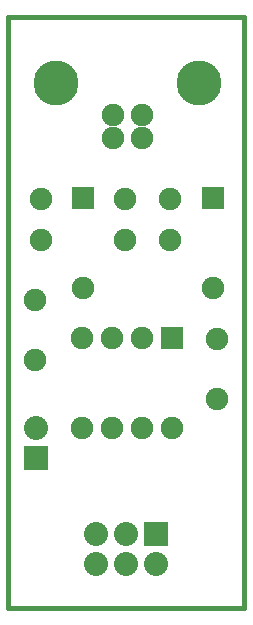
<source format=gbs>
G04 (created by PCBNEW-RS274X (2011-nov-30)-testing) date Tue 10 Apr 2012 11:35:02 PM PDT*
G01*
G70*
G90*
%MOIN*%
G04 Gerber Fmt 3.4, Leading zero omitted, Abs format*
%FSLAX34Y34*%
G04 APERTURE LIST*
%ADD10C,0.006000*%
%ADD11C,0.015000*%
%ADD12R,0.080000X0.080000*%
%ADD13C,0.080000*%
%ADD14C,0.075000*%
%ADD15R,0.075000X0.075000*%
%ADD16C,0.075100*%
%ADD17C,0.149900*%
G04 APERTURE END LIST*
G54D10*
G54D11*
X66929Y-15748D02*
X59055Y-15748D01*
X66929Y-35433D02*
X66929Y-15748D01*
X59055Y-35433D02*
X66929Y-35433D01*
X59055Y-15748D02*
X59055Y-35433D01*
G54D12*
X59980Y-30441D03*
G54D13*
X59980Y-29441D03*
G54D14*
X59961Y-25181D03*
X59961Y-27181D03*
X66024Y-28461D03*
X66024Y-26461D03*
G54D15*
X65866Y-21768D03*
G54D14*
X65866Y-24768D03*
G54D15*
X61555Y-21787D03*
G54D14*
X61555Y-24787D03*
X60158Y-23158D03*
X60158Y-21791D03*
X64449Y-23158D03*
X64449Y-21791D03*
X62953Y-23158D03*
X62953Y-21791D03*
G54D15*
X64512Y-26433D03*
G54D14*
X63512Y-26433D03*
X62512Y-26433D03*
X61512Y-26433D03*
X61512Y-29433D03*
X62512Y-29433D03*
X63512Y-29433D03*
X64512Y-29433D03*
G54D16*
X62539Y-19783D03*
X63523Y-19783D03*
X63523Y-18996D03*
X62539Y-18996D03*
G54D17*
X65401Y-17925D03*
X60661Y-17925D03*
G54D12*
X63992Y-32965D03*
G54D13*
X63992Y-33965D03*
X62992Y-32965D03*
X62992Y-33965D03*
X61992Y-32965D03*
X61992Y-33965D03*
M02*

</source>
